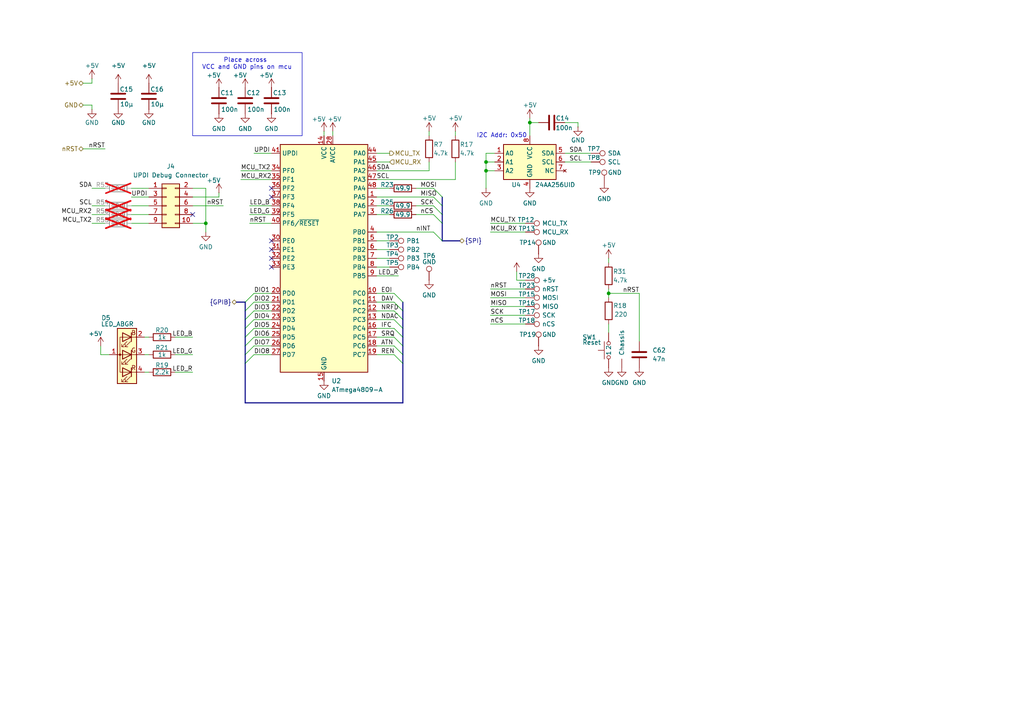
<source format=kicad_sch>
(kicad_sch (version 20241209) (generator "eeschema") (generator_version "8.99")
  (paper "A4")
  (title_block (title "Poe Ethernet GPIB Adapter") (date "2024-12-25") (rev "1") (company "KOFOTRONIC"))
  (lib_symbols
    (symbol "Connector:TestPoint" (pin_numbers (hide yes)) (pin_names (offset 0.762) (hide yes))
      (property "Reference" "TP" (at 0 6.858 0))
      (property "Value" "TestPoint" (at 0 5.08 0))
      (symbol "TestPoint_0_1"
        (circle (center 0 3.302) (radius 0.762))
      )
      (symbol "TestPoint_1_1"
        (pin passive line (at 0 0 90) (length 2.54) (name "1") (number "1"))
      )
    )
    (symbol "Connector_Generic:Conn_02x05_Odd_Even" (pin_names (offset 1.016) (hide yes))
      (property "Reference" "J" (at 1.27 7.62 0))
      (property "Value" "Conn_02x05_Odd_Even" (at 1.27 -7.62 0))
      (symbol "Conn_02x05_Odd_Even_1_1"
        (rectangle (start -1.27 6.35) (end 3.81 -6.35) (stroke (width 0.254)) (fill (type background)))
        (rectangle (start -1.27 5.207) (end 0 4.953) (stroke (width 0.1524)))
        (rectangle (start -1.27 2.667) (end 0 2.413) (stroke (width 0.1524)))
        (rectangle (start -1.27 0.127) (end 0 -0.127) (stroke (width 0.1524)))
        (rectangle (start -1.27 -2.413) (end 0 -2.667) (stroke (width 0.1524)))
        (rectangle (start -1.27 -4.953) (end 0 -5.207) (stroke (width 0.1524)))
        (rectangle (start 3.81 5.207) (end 2.54 4.953) (stroke (width 0.1524)))
        (rectangle (start 3.81 2.667) (end 2.54 2.413) (stroke (width 0.1524)))
        (rectangle (start 3.81 0.127) (end 2.54 -0.127) (stroke (width 0.1524)))
        (rectangle (start 3.81 -2.413) (end 2.54 -2.667) (stroke (width 0.1524)))
        (rectangle (start 3.81 -4.953) (end 2.54 -5.207) (stroke (width 0.1524)))
        (pin passive line (at -5.08 5.08 0) (length 3.81) (name "Pin_1") (number "1"))
        (pin passive line (at -5.08 2.54 0) (length 3.81) (name "Pin_3") (number "3"))
        (pin passive line (at -5.08 0 0) (length 3.81) (name "Pin_5") (number "5"))
        (pin passive line (at -5.08 -2.54 0) (length 3.81) (name "Pin_7") (number "7"))
        (pin passive line (at -5.08 -5.08 0) (length 3.81) (name "Pin_9") (number "9"))
        (pin passive line (at 7.62 5.08 180) (length 3.81) (name "Pin_2") (number "2"))
        (pin passive line (at 7.62 2.54 180) (length 3.81) (name "Pin_4") (number "4"))
        (pin passive line (at 7.62 0 180) (length 3.81) (name "Pin_6") (number "6"))
        (pin passive line (at 7.62 -2.54 180) (length 3.81) (name "Pin_8") (number "8"))
        (pin passive line (at 7.62 -5.08 180) (length 3.81) (name "Pin_10") (number "10"))
      )
    )
    (symbol "Device:C" (pin_numbers (hide yes)) (pin_names (offset 0.254))
      (property "Reference" "C" (at 0.635 2.54 0))
      (property "Value" "C" (at 0.635 -2.54 0))
      (symbol "C_0_1"
        (polyline (pts (xy -2.032 0.762) (xy 2.032 0.762)) (stroke (width 0.508)))
        (polyline (pts (xy -2.032 -0.762) (xy 2.032 -0.762)) (stroke (width 0.508)))
      )
      (symbol "C_1_1"
        (pin passive line (at 0 3.81 270) (length 2.794) (name "~") (number "1"))
        (pin passive line (at 0 -3.81 90) (length 2.794) (name "~") (number "2"))
      )
    )
    (symbol "Device:LED_ABGR" (pin_names (offset 0) (hide yes))
      (property "Reference" "D" (at 0 9.398 0))
      (property "Value" "LED_ABGR" (at 0 -8.89 0))
      (symbol "LED_ABGR_0_0"
        (text "R" (at -1.905 3.81 0) (effects (font (size 1.27 1.27))))
        (text "G" (at -1.905 -1.27 0) (effects (font (size 1.27 1.27))))
        (text "B" (at -1.905 -6.35 0) (effects (font (size 1.27 1.27))))
      )
      (symbol "LED_ABGR_0_1"
        (polyline (pts (xy -1.27 6.35) (xy -1.27 3.81)) (stroke (width 0.254)))
        (polyline (pts (xy -1.27 6.35) (xy -1.27 3.81) (xy -1.27 3.81)))
        (polyline (pts (xy -1.27 5.08) (xy -2.54 5.08)))
        (polyline (pts (xy -1.27 5.08) (xy 1.27 5.08)))
        (polyline (pts (xy -1.27 1.27) (xy -1.27 -1.27)) (stroke (width 0.254)))
        (polyline (pts (xy -1.27 1.27) (xy -1.27 -1.27) (xy -1.27 -1.27)))
        (polyline (pts (xy -1.27 0) (xy -2.54 0)))
        (polyline (pts (xy -1.27 -3.81) (xy -1.27 -6.35)) (stroke (width 0.254)))
        (polyline (pts (xy -1.27 -5.08) (xy 1.27 -5.08)))
        (polyline (pts (xy -1.27 -5.08) (xy -2.54 -5.08)))
        (polyline (pts (xy -1.016 6.35) (xy 0.508 7.874) (xy -0.254 7.874) (xy 0.508 7.874) (xy 0.508 7.112)))
        (polyline (pts (xy -1.016 1.27) (xy 0.508 2.794) (xy -0.254 2.794) (xy 0.508 2.794) (xy 0.508 2.032)))
        (polyline (pts (xy -1.016 -3.81) (xy 0.508 -2.286) (xy -0.254 -2.286) (xy 0.508 -2.286) (xy 0.508 -3.048)))
        (polyline (pts (xy 0 6.35) (xy 1.524 7.874) (xy 0.762 7.874) (xy 1.524 7.874) (xy 1.524 7.112)))
        (polyline (pts (xy 0 1.27) (xy 1.524 2.794) (xy 0.762 2.794) (xy 1.524 2.794) (xy 1.524 2.032)))
        (polyline (pts (xy 0 -3.81) (xy 1.524 -2.286) (xy 0.762 -2.286) (xy 1.524 -2.286) (xy 1.524 -3.048)))
        (polyline (pts (xy 1.27 6.35) (xy 1.27 3.81) (xy -1.27 5.08) (xy 1.27 6.35)) (stroke (width 0.254)))
        (rectangle (start 1.27 6.35) (end 1.27 6.35))
        (rectangle (start 1.27 3.81) (end 1.27 6.35))
        (polyline (pts (xy 1.27 1.27) (xy 1.27 -1.27) (xy -1.27 0) (xy 1.27 1.27)) (stroke (width 0.254)))
        (rectangle (start 1.27 1.27) (end 1.27 1.27))
        (polyline (pts (xy 1.27 0) (xy -1.27 0)))
        (polyline (pts (xy 1.27 0) (xy 2.54 0)))
        (rectangle (start 1.27 -1.27) (end 1.27 1.27))
        (polyline (pts (xy 1.27 -3.81) (xy 1.27 -6.35) (xy -1.27 -5.08) (xy 1.27 -3.81)) (stroke (width 0.254)))
        (polyline (pts (xy 1.27 -5.08) (xy 2.032 -5.08) (xy 2.032 5.08) (xy 1.27 5.08)))
        (circle (center 2.032 0) (radius 0.254) (fill (type outline)))
        (rectangle (start 2.794 8.382) (end -2.794 -7.62) (stroke (width 0.254)) (fill (type background)))
      )
      (symbol "LED_ABGR_1_1"
        (pin passive line (at -5.08 5.08 0) (length 2.54) (name "RK") (number "4"))
        (pin passive line (at -5.08 0 0) (length 2.54) (name "GK") (number "3"))
        (pin passive line (at -5.08 -5.08 0) (length 2.54) (name "BK") (number "2"))
        (pin passive line (at 5.08 0 180) (length 2.54) (name "A") (number "1"))
      )
    )
    (symbol "Device:R" (pin_numbers (hide yes)) (pin_names (offset 0))
      (property "Reference" "R" (at 2.032 0 90))
      (property "Value" "R" (at 0 0 90))
      (symbol "R_0_1"
        (rectangle (start -1.016 -2.54) (end 1.016 2.54) (stroke (width 0.254)))
      )
      (symbol "R_1_1"
        (pin passive line (at 0 3.81 270) (length 1.27) (name "~") (number "1"))
        (pin passive line (at 0 -3.81 90) (length 1.27) (name "~") (number "2"))
      )
    )
    (symbol "EEPROM:24AA256UID"
      (property "Reference" "U" (at -7.62 6.35 0))
      (property "Value" "24AA256UID" (at 2.54 -6.35 0))
      (property "Model" "24AA256UID-I/SN " (at 0 0 0))
      (property "Manufacturer" "Microchip" (at 0 0 0))
      (symbol "24AA256UID_1_1"
        (rectangle (start -7.62 5.08) (end 7.62 -5.08) (stroke (width 0.254)) (fill (type background)))
        (pin input line (at -10.16 2.54 0) (length 2.54) (name "A0") (number "1"))
        (pin input line (at -10.16 0 0) (length 2.54) (name "A1") (number "2"))
        (pin input line (at -10.16 -2.54 0) (length 2.54) (name "A2") (number "3"))
        (pin power_in line (at 0 7.62 270) (length 2.54) (name "VCC") (number "8"))
        (pin power_in line (at 0 -7.62 90) (length 2.54) (name "GND") (number "4"))
        (pin bidirectional line (at 10.16 2.54 180) (length 2.54) (name "SDA") (number "5"))
        (pin input line (at 10.16 0 180) (length 2.54) (name "SCL") (number "6"))
        (pin no_connect line (at 10.16 -2.54 180) (length 2.54) (name "NC") (number "7"))
      )
    )
    (symbol "MCU_Microchip_ATmega:ATmega4809-A"
      (property "Reference" "U" (at -12.7 34.29 0))
      (property "Value" "ATmega4809-A" (at 2.54 -34.29 0))
      (symbol "ATmega4809-A_0_1"
        (rectangle (start -12.7 -33.02) (end 12.7 33.02) (stroke (width 0.254)) (fill (type background)))
      )
      (symbol "ATmega4809-A_1_1"
        (pin bidirectional line (at -15.24 30.48 0) (length 2.54) (name "UPDI") (number "41"))
        (pin bidirectional line (at -15.24 25.4 0) (length 2.54) (name "PF0") (number "34"))
        (pin bidirectional line (at -15.24 22.86 0) (length 2.54) (name "PF1") (number "35"))
        (pin bidirectional line (at -15.24 20.32 0) (length 2.54) (name "PF2") (number "36"))
        (pin bidirectional line (at -15.24 17.78 0) (length 2.54) (name "PF3") (number "37"))
        (pin bidirectional line (at -15.24 15.24 0) (length 2.54) (name "PF4") (number "38"))
        (pin bidirectional line (at -15.24 12.7 0) (length 2.54) (name "PF5") (number "39"))
        (pin bidirectional line (at -15.24 10.16 0) (length 2.54) (name "PF6/~{RESET}") (number "40"))
        (pin bidirectional line (at -15.24 5.08 0) (length 2.54) (name "PE0") (number "30"))
        (pin bidirectional line (at -15.24 2.54 0) (length 2.54) (name "PE1") (number "31"))
        (pin bidirectional line (at -15.24 0 0) (length 2.54) (name "PE2") (number "32"))
        (pin bidirectional line (at -15.24 -2.54 0) (length 2.54) (name "PE3") (number "33"))
        (pin bidirectional line (at -15.24 -10.16 0) (length 2.54) (name "PD0") (number "20"))
        (pin bidirectional line (at -15.24 -12.7 0) (length 2.54) (name "PD1") (number "21"))
        (pin bidirectional line (at -15.24 -15.24 0) (length 2.54) (name "PD2") (number "22"))
        (pin bidirectional line (at -15.24 -17.78 0) (length 2.54) (name "PD3") (number "23"))
        (pin bidirectional line (at -15.24 -20.32 0) (length 2.54) (name "PD4") (number "24"))
        (pin bidirectional line (at -15.24 -22.86 0) (length 2.54) (name "PD5") (number "25"))
        (pin bidirectional line (at -15.24 -25.4 0) (length 2.54) (name "PD6") (number "26"))
        (pin bidirectional line (at -15.24 -27.94 0) (length 2.54) (name "PD7") (number "27"))
        (pin power_in line (at 0 35.56 270) (length 2.54) (name "VCC") (number "14"))
        (pin passive line (at 0 35.56 270) (length 2.54) (hide yes) (name "VCC") (number "42"))
        (pin power_in line (at 0 -35.56 90) (length 2.54) (name "GND") (number "15"))
        (pin passive line (at 0 -35.56 90) (length 2.54) (hide yes) (name "GND") (number "29"))
        (pin passive line (at 0 -35.56 90) (length 2.54) (hide yes) (name "GND") (number "43"))
        (pin power_in line (at 2.54 35.56 270) (length 2.54) (name "AVCC") (number "28"))
        (pin bidirectional line (at 15.24 30.48 180) (length 2.54) (name "PA0") (number "44"))
        (pin bidirectional line (at 15.24 27.94 180) (length 2.54) (name "PA1") (number "45"))
        (pin bidirectional line (at 15.24 25.4 180) (length 2.54) (name "PA2") (number "46"))
        (pin bidirectional line (at 15.24 22.86 180) (length 2.54) (name "PA3") (number "47"))
        (pin bidirectional line (at 15.24 20.32 180) (length 2.54) (name "PA4") (number "48"))
        (pin bidirectional line (at 15.24 17.78 180) (length 2.54) (name "PA5") (number "1"))
        (pin bidirectional line (at 15.24 15.24 180) (length 2.54) (name "PA6") (number "2"))
        (pin bidirectional line (at 15.24 12.7 180) (length 2.54) (name "PA7") (number "3"))
        (pin bidirectional line (at 15.24 7.62 180) (length 2.54) (name "PB0") (number "4"))
        (pin bidirectional line (at 15.24 5.08 180) (length 2.54) (name "PB1") (number "5"))
        (pin bidirectional line (at 15.24 2.54 180) (length 2.54) (name "PB2") (number "6"))
        (pin bidirectional line (at 15.24 0 180) (length 2.54) (name "PB3") (number "7"))
        (pin bidirectional line (at 15.24 -2.54 180) (length 2.54) (name "PB4") (number "8"))
        (pin bidirectional line (at 15.24 -5.08 180) (length 2.54) (name "PB5") (number "9"))
        (pin bidirectional line (at 15.24 -10.16 180) (length 2.54) (name "PC0") (number "10"))
        (pin bidirectional line (at 15.24 -12.7 180) (length 2.54) (name "PC1") (number "11"))
        (pin bidirectional line (at 15.24 -15.24 180) (length 2.54) (name "PC2") (number "12"))
        (pin bidirectional line (at 15.24 -17.78 180) (length 2.54) (name "PC3") (number "13"))
        (pin bidirectional line (at 15.24 -20.32 180) (length 2.54) (name "PC4") (number "16"))
        (pin bidirectional line (at 15.24 -22.86 180) (length 2.54) (name "PC5") (number "17"))
        (pin bidirectional line (at 15.24 -25.4 180) (length 2.54) (name "PC6") (number "18"))
        (pin bidirectional line (at 15.24 -27.94 180) (length 2.54) (name "PC7") (number "19"))
      )
    )
    (symbol "Switch:SW_Push" (pin_numbers (hide yes)) (pin_names (offset 1.016))
      (property "Reference" "SW" (at 1.27 2.54 0))
      (property "Value" "SW_Push" (at 0 -1.524 0))
      (symbol "SW_Push_0_1"
        (circle (center -2.032 0) (radius 0.508))
        (polyline (pts (xy 0 1.27) (xy 0 3.048)))
        (circle (center 2.032 0) (radius 0.508))
        (polyline (pts (xy 2.54 1.27) (xy -2.54 1.27)))
        (pin passive line (at -5.08 0 0) (length 2.54) (name "1") (number "1"))
        (pin passive line (at 5.08 0 180) (length 2.54) (name "2") (number "2"))
      )
      (symbol "SW_Push_1_1"
        (pin passive line (at -5.08 -3.81 0) (length 2.54) (name "Chassis") (number "G"))
      )
    )
    (symbol "power:+5V" (power) (pin_numbers (hide yes)) (pin_names (offset 0) (hide yes))
      (property "Value" "+5V" (at 0 3.556 0))
      (symbol "+5V_0_1"
        (polyline (pts (xy -0.762 1.27) (xy 0 2.54)))
        (polyline (pts (xy 0 2.54) (xy 0.762 1.27)))
        (polyline (pts (xy 0 0) (xy 0 2.54)))
      )
      (symbol "+5V_1_1"
        (pin power_in line (at 0 0 90) (length 0) (name "~") (number "1"))
      )
    )
    (symbol "power:GND" (power) (pin_numbers (hide yes)) (pin_names (offset 0) (hide yes))
      (property "Value" "GND" (at 0 -3.81 0))
      (symbol "GND_0_1"
        (polyline (pts (xy 0 0) (xy 0 -1.27) (xy 1.27 -1.27) (xy 0 -2.54) (xy -1.27 -1.27) (xy 0 -1.27)))
      )
      (symbol "GND_1_1"
        (pin power_in line (at 0 0 270) (length 0) (name "~") (number "1"))
      )
    )
  )
  (bus_alias "SPI" (members "MOSI" "MISO" "SCK" "nCS" "nINT"))
  (rectangle (start 55.88 15.24) (end 87.63 39.37))
  (text "I2C Addr: 0x50" (at 145.542 39.37 0) (effects (font (size 1.27 1.27))))
  (text "Place across \nVCC and GND pins on mcu" (at 71.628 18.542 0) (effects (font (size 1.27 1.27))))
  (junction (at 153.67 35.56))
  (junction (at 140.97 46.99))
  (junction (at 140.97 49.53))
  (junction (at 59.69 64.77))
  (junction (at 176.53 85.09))
  (no_connect (at 78.74 74.93))
  (no_connect (at 78.74 57.15))
  (no_connect (at 78.74 77.47))
  (no_connect (at 78.74 54.61))
  (no_connect (at 55.88 62.23))
  (no_connect (at 78.74 69.85))
  (no_connect (at 78.74 72.39))
  (bus_entry (at 114.3 100.33) (size 2.54 2.54))
  (bus_entry (at 128.27 69.85) (size -2.54 -2.54))
  (bus_entry (at 128.27 62.23) (size -2.54 -2.54))
  (bus_entry (at 114.3 87.63) (size 2.54 2.54))
  (bus_entry (at 71.12 102.87) (size 2.54 -2.54))
  (bus_entry (at 71.12 90.17) (size 2.54 -2.54))
  (bus_entry (at 114.3 90.17) (size 2.54 2.54))
  (bus_entry (at 71.12 92.71) (size 2.54 -2.54))
  (bus_entry (at 128.27 64.77) (size -2.54 -2.54))
  (bus_entry (at 128.27 59.69) (size -2.54 -2.54))
  (bus_entry (at 71.12 95.25) (size 2.54 -2.54))
  (bus_entry (at 71.12 97.79) (size 2.54 -2.54))
  (bus_entry (at 71.12 87.63) (size 2.54 -2.54))
  (bus_entry (at 128.27 57.15) (size -2.54 -2.54))
  (bus_entry (at 71.12 105.41) (size 2.54 -2.54))
  (bus_entry (at 71.12 100.33) (size 2.54 -2.54))
  (bus_entry (at 114.3 95.25) (size 2.54 2.54))
  (bus_entry (at 114.3 97.79) (size 2.54 2.54))
  (bus_entry (at 114.3 85.09) (size 2.54 2.54))
  (bus_entry (at 114.3 102.87) (size 2.54 2.54))
  (bus_entry (at 114.3 92.71) (size 2.54 2.54))
  (wire (pts (xy 109.22 87.63) (xy 114.3 87.63)))
  (wire (pts (xy 167.64 35.56) (xy 163.83 35.56)))
  (wire (pts (xy 72.39 64.77) (xy 78.74 64.77)))
  (wire (pts (xy 109.22 49.53) (xy 124.46 49.53)))
  (bus (pts (xy 116.84 92.71) (xy 116.84 95.25)))
  (wire (pts (xy 140.97 46.99) (xy 140.97 49.53)))
  (wire (pts (xy 73.66 100.33) (xy 78.74 100.33)))
  (wire (pts (xy 109.22 62.23) (xy 113.03 62.23)))
  (wire (pts (xy 167.64 36.83) (xy 167.64 35.56)))
  (wire (pts (xy 142.24 83.82) (xy 152.4 83.82)))
  (wire (pts (xy 113.03 44.45) (xy 109.22 44.45)))
  (bus (pts (xy 116.84 116.84) (xy 71.12 116.84)))
  (bus (pts (xy 71.12 105.41) (xy 71.12 116.84)))
  (wire (pts (xy 109.22 97.79) (xy 114.3 97.79)))
  (wire (pts (xy 142.24 64.77) (xy 152.4 64.77)))
  (bus (pts (xy 71.12 97.79) (xy 71.12 100.33)))
  (wire (pts (xy 109.22 59.69) (xy 113.03 59.69)))
  (wire (pts (xy 142.24 88.9) (xy 152.4 88.9)))
  (wire (pts (xy 43.18 97.79) (xy 41.91 97.79)))
  (wire (pts (xy 113.03 46.99) (xy 109.22 46.99)))
  (wire (pts (xy 73.66 97.79) (xy 78.74 97.79)))
  (wire (pts (xy 109.22 74.93) (xy 113.03 74.93)))
  (wire (pts (xy 149.86 78.74) (xy 149.86 81.28)))
  (bus (pts (xy 128.27 69.85) (xy 133.35 69.85)))
  (wire (pts (xy 109.22 92.71) (xy 114.3 92.71)))
  (wire (pts (xy 109.22 90.17) (xy 114.3 90.17)))
  (wire (pts (xy 30.48 43.18) (xy 24.13 43.18)))
  (wire (pts (xy 142.24 93.98) (xy 152.4 93.98)))
  (wire (pts (xy 73.66 102.87) (xy 78.74 102.87)))
  (wire (pts (xy 72.39 59.69) (xy 78.74 59.69)))
  (wire (pts (xy 176.53 83.82) (xy 176.53 85.09)))
  (wire (pts (xy 176.53 74.93) (xy 176.53 76.2)))
  (wire (pts (xy 38.1 57.15) (xy 43.18 57.15)))
  (wire (pts (xy 26.67 24.13) (xy 24.13 24.13)))
  (wire (pts (xy 38.1 64.77) (xy 43.18 64.77)))
  (bus (pts (xy 116.84 87.63) (xy 116.84 90.17)))
  (bus (pts (xy 71.12 92.71) (xy 71.12 95.25)))
  (wire (pts (xy 109.22 80.01) (xy 115.57 80.01)))
  (wire (pts (xy 24.13 30.48) (xy 26.67 30.48)))
  (bus (pts (xy 128.27 57.15) (xy 128.27 59.69)))
  (wire (pts (xy 109.22 95.25) (xy 114.3 95.25)))
  (wire (pts (xy 109.22 67.31) (xy 125.73 67.31)))
  (wire (pts (xy 50.8 97.79) (xy 55.88 97.79)))
  (wire (pts (xy 26.67 62.23) (xy 30.48 62.23)))
  (wire (pts (xy 55.88 59.69) (xy 64.77 59.69)))
  (wire (pts (xy 59.69 64.77) (xy 59.69 67.31)))
  (wire (pts (xy 72.39 62.23) (xy 78.74 62.23)))
  (wire (pts (xy 38.1 54.61) (xy 43.18 54.61)))
  (bus (pts (xy 71.12 102.87) (xy 71.12 105.41)))
  (wire (pts (xy 124.46 49.53) (xy 124.46 46.99)))
  (bus (pts (xy 71.12 100.33) (xy 71.12 102.87)))
  (wire (pts (xy 132.08 38.1) (xy 132.08 39.37)))
  (wire (pts (xy 73.66 95.25) (xy 78.74 95.25)))
  (wire (pts (xy 69.85 52.07) (xy 78.74 52.07)))
  (wire (pts (xy 59.69 54.61) (xy 59.69 64.77)))
  (wire (pts (xy 109.22 102.87) (xy 114.3 102.87)))
  (wire (pts (xy 29.21 102.87) (xy 31.75 102.87)))
  (wire (pts (xy 176.53 93.98) (xy 176.53 96.52)))
  (wire (pts (xy 149.86 81.28) (xy 152.4 81.28)))
  (wire (pts (xy 26.67 64.77) (xy 30.48 64.77)))
  (wire (pts (xy 73.66 92.71) (xy 78.74 92.71)))
  (wire (pts (xy 55.88 57.15) (xy 63.5 57.15)))
  (wire (pts (xy 132.08 52.07) (xy 132.08 46.99)))
  (wire (pts (xy 26.67 22.86) (xy 26.67 24.13)))
  (wire (pts (xy 153.67 35.56) (xy 156.21 35.56)))
  (wire (pts (xy 140.97 49.53) (xy 140.97 54.61)))
  (bus (pts (xy 116.84 90.17) (xy 116.84 92.71)))
  (wire (pts (xy 163.83 44.45) (xy 171.45 44.45)))
  (wire (pts (xy 55.88 54.61) (xy 59.69 54.61)))
  (bus (pts (xy 71.12 95.25) (xy 71.12 97.79)))
  (wire (pts (xy 153.67 35.56) (xy 153.67 39.37)))
  (wire (pts (xy 143.51 44.45) (xy 140.97 44.45)))
  (bus (pts (xy 116.84 102.87) (xy 116.84 105.41)))
  (bus (pts (xy 68.58 87.63) (xy 71.12 87.63)))
  (wire (pts (xy 140.97 49.53) (xy 143.51 49.53)))
  (wire (pts (xy 142.24 86.36) (xy 152.4 86.36)))
  (wire (pts (xy 63.5 57.15) (xy 63.5 55.88)))
  (wire (pts (xy 109.22 54.61) (xy 113.03 54.61)))
  (wire (pts (xy 38.1 59.69) (xy 43.18 59.69)))
  (bus (pts (xy 116.84 105.41) (xy 116.84 116.84)))
  (wire (pts (xy 43.18 107.95) (xy 41.91 107.95)))
  (bus (pts (xy 128.27 62.23) (xy 128.27 64.77)))
  (wire (pts (xy 26.67 54.61) (xy 30.48 54.61)))
  (wire (pts (xy 109.22 69.85) (xy 113.03 69.85)))
  (wire (pts (xy 153.67 34.29) (xy 153.67 35.56)))
  (wire (pts (xy 109.22 77.47) (xy 113.03 77.47)))
  (wire (pts (xy 109.22 100.33) (xy 114.3 100.33)))
  (wire (pts (xy 109.22 57.15) (xy 125.73 57.15)))
  (wire (pts (xy 124.46 38.1) (xy 124.46 39.37)))
  (wire (pts (xy 120.65 59.69) (xy 125.73 59.69)))
  (wire (pts (xy 140.97 46.99) (xy 143.51 46.99)))
  (wire (pts (xy 55.88 64.77) (xy 59.69 64.77)))
  (wire (pts (xy 142.24 91.44) (xy 152.4 91.44)))
  (wire (pts (xy 26.67 30.48) (xy 26.67 31.75)))
  (wire (pts (xy 140.97 44.45) (xy 140.97 46.99)))
  (bus (pts (xy 116.84 100.33) (xy 116.84 102.87)))
  (bus (pts (xy 71.12 90.17) (xy 71.12 92.71)))
  (wire (pts (xy 96.52 38.1) (xy 96.52 39.37)))
  (wire (pts (xy 69.85 49.53) (xy 78.74 49.53)))
  (wire (pts (xy 29.21 100.33) (xy 29.21 102.87)))
  (wire (pts (xy 120.65 54.61) (xy 125.73 54.61)))
  (wire (pts (xy 142.24 67.31) (xy 152.4 67.31)))
  (wire (pts (xy 73.66 85.09) (xy 78.74 85.09)))
  (wire (pts (xy 176.53 86.36) (xy 176.53 85.09)))
  (wire (pts (xy 93.98 38.1) (xy 93.98 39.37)))
  (bus (pts (xy 116.84 97.79) (xy 116.84 100.33)))
  (wire (pts (xy 120.65 62.23) (xy 125.73 62.23)))
  (bus (pts (xy 71.12 87.63) (xy 71.12 90.17)))
  (wire (pts (xy 50.8 107.95) (xy 55.88 107.95)))
  (bus (pts (xy 116.84 95.25) (xy 116.84 97.79)))
  (wire (pts (xy 26.67 59.69) (xy 30.48 59.69)))
  (wire (pts (xy 38.1 62.23) (xy 43.18 62.23)))
  (wire (pts (xy 73.66 87.63) (xy 78.74 87.63)))
  (wire (pts (xy 109.22 52.07) (xy 132.08 52.07)))
  (wire (pts (xy 73.66 90.17) (xy 78.74 90.17)))
  (wire (pts (xy 185.42 85.09) (xy 185.42 99.06)))
  (wire (pts (xy 176.53 85.09) (xy 185.42 85.09)))
  (wire (pts (xy 109.22 72.39) (xy 113.03 72.39)))
  (wire (pts (xy 163.83 46.99) (xy 171.45 46.99)))
  (wire (pts (xy 73.66 44.45) (xy 78.74 44.45)))
  (bus (pts (xy 128.27 59.69) (xy 128.27 62.23)))
  (bus (pts (xy 128.27 64.77) (xy 128.27 69.85)))
  (wire (pts (xy 43.18 102.87) (xy 41.91 102.87)))
  (wire (pts (xy 109.22 85.09) (xy 114.3 85.09)))
  (wire (pts (xy 50.8 102.87) (xy 55.88 102.87)))
  (label "EOI" (at 110.49 85.09 0))
  (label "NDAC" (at 110.49 92.71 0))
  (label "SCK" (at 142.24 91.44 0))
  (label "LED_R" (at 115.57 80.01 180))
  (label "MCU_TX" (at 142.24 64.77 0))
  (label "SCL" (at 109.22 52.07 0))
  (label "DAV" (at 110.49 87.63 0))
  (label "LED_B" (at 72.39 59.69 0))
  (label "LED_G" (at 55.88 102.87 180))
  (label "nRST" (at 72.39 64.77 0))
  (label "SDA" (at 165.1 44.45 0))
  (label "LED_R" (at 55.88 107.95 180))
  (label "MCU_RX2" (at 26.67 62.23 180))
  (label "DIO4" (at 73.66 92.71 0))
  (label "UPDI" (at 73.66 44.45 0))
  (label "MOSI" (at 121.92 54.61 0))
  (label "SCK" (at 121.92 59.69 0))
  (label "nINT" (at 120.65 67.31 0))
  (label "SCL" (at 26.67 59.69 180))
  (label "IFC" (at 110.49 95.25 0))
  (label "MOSI" (at 142.24 86.36 0))
  (label "MISO" (at 142.24 88.9 0))
  (label "DIO6" (at 73.66 97.79 0))
  (label "MCU_RX" (at 142.24 67.31 0))
  (label "DIO5" (at 73.66 95.25 0))
  (label "SRQ" (at 110.49 97.79 0))
  (label "nRST" (at 64.77 59.69 180))
  (label "DIO7" (at 73.66 100.33 0))
  (label "nRST" (at 30.48 43.18 180))
  (label "SDA" (at 26.67 54.61 180))
  (label "SDA" (at 109.22 49.53 0))
  (label "nRST" (at 142.24 83.82 0))
  (label "DIO1" (at 73.66 85.09 0))
  (label "MISO" (at 121.92 57.15 0))
  (label "MCU_TX2" (at 69.85 49.53 0))
  (label "nCS" (at 121.92 62.23 0))
  (label "LED_G" (at 72.39 62.23 0))
  (label "ATN" (at 110.49 100.33 0))
  (label "UPDI" (at 38.1 57.15 0))
  (label "NRFD" (at 110.49 90.17 0))
  (label "SCL" (at 165.1 46.99 0))
  (label "REN" (at 110.49 102.87 0))
  (label "LED_B" (at 55.88 97.79 180))
  (label "nRST" (at 185.42 85.09 180))
  (label "nCS" (at 142.24 93.98 0))
  (label "MCU_RX2" (at 69.85 52.07 0))
  (label "MCU_TX2" (at 26.67 64.77 180))
  (label "DIO2" (at 73.66 87.63 0))
  (label "DIO8" (at 73.66 102.87 0))
  (label "DIO3" (at 73.66 90.17 0))
  (hierarchical_label "MCU_RX" (shape input) (at 113.03 46.99 0))
  (hierarchical_label "+5V" (shape bidirectional) (at 24.13 24.13 180))
  (hierarchical_label "MCU_TX" (shape output) (at 113.03 44.45 0))
  (hierarchical_label "{SPI}" (shape bidirectional) (at 133.35 69.85 0))
  (hierarchical_label "nRST" (shape bidirectional) (at 24.13 43.18 180))
  (hierarchical_label "GND" (shape bidirectional) (at 24.13 30.48 180))
  (hierarchical_label "{GPIB}" (shape bidirectional) (at 68.58 87.63 180))
  (symbol (lib_id "power:GND") (at 34.29 31.75 0) (unit 1)
    (property "Reference" "#PWR065" (effects (hide yes)))
    (property "Value" "GND" (at 34.29 35.56 0))
    (property "Description" "Power symbol creates a global label with name \"GND\" , ground" (effects (hide yes)))
  )
  (symbol (lib_id "power:+5V") (at 93.98 38.1 0) (unit 1)
    (property "Reference" "#PWR046" (effects (hide yes)))
    (property "Value" "+5V" (at 92.456 34.544 0))
    (property "Description" "Power symbol creates a global label with name \"+5V\"" (effects (hide yes)))
  )
  (symbol (lib_id "Connector:TestPoint") (at 171.45 44.45 270) (unit 1) (in_bom no)
    (property "Reference" "TP7" (at 170.434 43.18 90) (effects (justify left)))
    (property "Value" "SDA" (at 176.276 44.45 90) (effects (justify left)))
    (property "Footprint" "TestPoint:TestPoint_Pad_D1.0mm" (effects (hide yes)))
    (property "Description" "test point" (effects (hide yes)))
  )
  (symbol (lib_id "Device:R") (at 34.29 62.23 90) (mirror x) (unit 1) (dnp yes)
    (property "Reference" "R56" (at 29.718 61.214 90))
    (property "Value" "49.9" (at 34.29 62.23 90))
    (property "Footprint" "Resistor_SMD:R_0402_1005Metric" (effects (hide yes)))
    (property "Description" "Resistor" (effects (hide yes)))
    (property "Model" "RC0402FR-0749R9L" (effects (hide yes)))
    (property "Manufacturer" "Yageo" (effects (hide yes)))
  )
  (symbol (lib_id "Device:C") (at 160.02 35.56 90) (unit 1)
    (property "Reference" "C14" (at 165.1 34.29 90) (effects (justify left)))
    (property "Value" "100n" (at 166.116 37.084 90) (effects (justify left)))
    (property "Footprint" "Capacitor_SMD:C_0402_1005Metric" (effects (hide yes)))
    (property "Description" "Unpolarized capacitor" (effects (hide yes)))
    (property "Model" "C0402C104K4RACTU" (effects (hide yes)))
    (property "Manufacturer" "KEMET" (effects (hide yes)))
    (property "JLCPCB" "C1525" (effects (hide yes)))
  )
  (symbol (lib_id "Device:C") (at 34.29 27.94 0) (unit 1)
    (property "Reference" "C15" (at 38.608 25.908 0) (effects (justify right)))
    (property "Value" "10µ" (at 34.798 30.226 0) (effects (justify left)))
    (property "Footprint" "Capacitor_SMD:C_0402_1005Metric" (effects (hide yes)))
    (property "Description" "Unpolarized capacitor" (effects (hide yes)))
    (property "Model" "GRM155R60J106ME05D" (effects (hide yes)))
    (property "Manufacturer" "Murata" (effects (hide yes)))
    (property "JLCPCB" "C15525" (effects (hide yes)))
  )
  (symbol (lib_id "Device:R") (at 34.29 59.69 90) (mirror x) (unit 1) (dnp yes)
    (property "Reference" "R54" (at 29.718 58.674 90))
    (property "Value" "49.9" (at 34.29 59.69 90))
    (property "Footprint" "Resistor_SMD:R_0402_1005Metric" (effects (hide yes)))
    (property "Description" "Resistor" (effects (hide yes)))
    (property "Model" "RC0402FR-0749R9L" (effects (hide yes)))
    (property "Manufacturer" "Yageo" (effects (hide yes)))
  )
  (symbol (lib_id "Connector:TestPoint") (at 152.4 88.9 270) (unit 1) (in_bom no)
    (property "Reference" "TP16" (at 150.368 87.884 90) (effects (justify left)))
    (property "Value" "MISO" (at 157.226 88.9 90) (effects (justify left)))
    (property "Footprint" "TestPoint:TestPoint_Pad_D1.0mm" (effects (hide yes)))
    (property "Description" "test point" (effects (hide yes)))
  )
  (symbol (lib_id "Switch:SW_Push") (at 176.53 101.6 90) (unit 1)
    (property "Reference" "SW1" (at 168.91 97.79 90) (effects (justify right)))
    (property "Value" "Reset" (at 168.91 99.314 90) (effects (justify right)))
    (property "Footprint" "Button_Switch_THT:SW_Tactile_SKHH_Angled" (effects (hide yes)))
    (property "Datasheet" "https://no.mouser.com/datasheet/2/15/SKHH-1370651.pdf" (effects (hide yes)))
    (property "Description" "Push button switch, generic, two pins" (effects (hide yes)))
    (property "Model" "SKHHLUA010" (effects (hide yes)))
    (property "Manufacturer" "Alps Alpine" (effects (hide yes)))
  )
  (symbol (lib_id "Device:R") (at 116.84 62.23 90) (mirror x) (unit 1)
    (property "Reference" "R26" (at 112.268 61.214 90))
    (property "Value" "49.9" (at 116.84 62.23 90))
    (property "Footprint" "Resistor_SMD:R_0402_1005Metric" (effects (hide yes)))
    (property "Description" "Resistor" (effects (hide yes)))
    (property "Model" "RC0402FR-0749R9L" (effects (hide yes)))
    (property "Manufacturer" "Yageo" (effects (hide yes)))
  )
  (symbol (lib_id "Connector:TestPoint") (at 156.21 100.33 0) (unit 1) (in_bom no)
    (property "Reference" "TP19" (at 150.622 97.028 0) (effects (justify left)))
    (property "Value" "GND" (at 157.226 97.028 0) (effects (justify left)))
    (property "Footprint" "TestPoint:TestPoint_Pad_D1.0mm" (effects (hide yes)))
    (property "Description" "test point" (effects (hide yes)))
  )
  (symbol (lib_id "power:+5V") (at 124.46 38.1 0) (unit 1)
    (property "Reference" "#PWR044" (effects (hide yes)))
    (property "Value" "+5V" (at 124.46 34.29 0))
    (property "Description" "Power symbol creates a global label with name \"+5V\"" (effects (hide yes)))
  )
  (symbol (lib_id "power:GND") (at 124.46 81.28 0) (unit 1)
    (property "Reference" "#PWR058" (effects (hide yes)))
    (property "Value" "GND" (at 124.46 85.598 0))
    (property "Description" "Power symbol creates a global label with name \"GND\" , ground" (effects (hide yes)))
  )
  (symbol (lib_id "power:+5V") (at 43.18 24.13 0) (unit 1)
    (property "Reference" "#PWR064" (effects (hide yes)))
    (property "Value" "+5V" (at 43.18 19.05 0))
    (property "Description" "Power symbol creates a global label with name \"+5V\"" (effects (hide yes)))
  )
  (symbol (lib_id "power:+5V") (at 176.53 74.93 0) (unit 1)
    (property "Reference" "#PWR092" (effects (hide yes)))
    (property "Value" "+5V" (at 176.53 71.12 0))
    (property "Description" "Power symbol creates a global label with name \"+5V\"" (effects (hide yes)))
  )
  (symbol (lib_id "Connector:TestPoint") (at 152.4 81.28 270) (unit 1) (in_bom no)
    (property "Reference" "TP28" (at 150.368 80.01 90) (effects (justify left)))
    (property "Value" "+5v" (at 157.226 81.28 90) (effects (justify left)))
    (property "Footprint" "TestPoint:TestPoint_Pad_D1.0mm" (effects (hide yes)))
    (property "Description" "test point" (effects (hide yes)))
  )
  (symbol (lib_id "power:GND") (at 78.74 33.02 0) (unit 1)
    (property "Reference" "#PWR056" (effects (hide yes)))
    (property "Value" "GND" (at 78.74 37.338 0))
    (property "Description" "Power symbol creates a global label with name \"GND\" , ground" (effects (hide yes)))
  )
  (symbol (lib_id "Connector:TestPoint") (at 113.03 69.85 270) (unit 1) (in_bom no)
    (property "Reference" "TP2" (at 112.014 68.834 90) (effects (justify left)))
    (property "Value" "PB1" (at 117.856 69.85 90) (effects (justify left)))
    (property "Footprint" "TestPoint:TestPoint_Pad_D1.0mm" (effects (hide yes)))
    (property "Description" "test point" (effects (hide yes)))
  )
  (symbol (lib_id "Connector:TestPoint") (at 152.4 83.82 270) (unit 1) (in_bom no)
    (property "Reference" "TP23" (at 150.368 82.804 90) (effects (justify left)))
    (property "Value" "nRST" (at 157.226 83.82 90) (effects (justify left)))
    (property "Footprint" "TestPoint:TestPoint_Pad_D1.0mm" (effects (hide yes)))
    (property "Description" "test point" (effects (hide yes)))
  )
  (symbol (lib_id "power:+5V") (at 29.21 100.33 0) (unit 1)
    (property "Reference" "#PWR057" (effects (hide yes)))
    (property "Value" "+5V" (at 27.686 96.774 0))
    (property "Description" "Power symbol creates a global label with name \"+5V\"" (effects (hide yes)))
  )
  (symbol (lib_id "power:+5V") (at 132.08 38.1 0) (unit 1)
    (property "Reference" "#PWR043" (effects (hide yes)))
    (property "Value" "+5V" (at 132.08 34.29 0))
    (property "Description" "Power symbol creates a global label with name \"+5V\"" (effects (hide yes)))
  )
  (symbol (lib_id "power:+5V") (at 71.12 25.4 0) (unit 1)
    (property "Reference" "#PWR052" (effects (hide yes)))
    (property "Value" "+5V" (at 69.596 21.844 0))
    (property "Description" "Power symbol creates a global label with name \"+5V\"" (effects (hide yes)))
  )
  (symbol (lib_id "Device:R") (at 34.29 54.61 90) (mirror x) (unit 1) (dnp yes)
    (property "Reference" "R53" (at 29.718 53.594 90))
    (property "Value" "49.9" (at 34.29 54.61 90))
    (property "Footprint" "Resistor_SMD:R_0402_1005Metric" (effects (hide yes)))
    (property "Description" "Resistor" (effects (hide yes)))
    (property "Model" "RC0402FR-0749R9L" (effects (hide yes)))
    (property "Manufacturer" "Yageo" (effects (hide yes)))
  )
  (symbol (lib_id "Connector:TestPoint") (at 113.03 74.93 270) (unit 1) (in_bom no)
    (property "Reference" "TP4" (at 112.014 73.66 90) (effects (justify left)))
    (property "Value" "PB3" (at 117.856 74.93 90) (effects (justify left)))
    (property "Footprint" "TestPoint:TestPoint_Pad_D1.0mm" (effects (hide yes)))
    (property "Description" "test point" (effects (hide yes)))
  )
  (symbol (lib_id "Connector:TestPoint") (at 175.26 53.34 0) (unit 1) (in_bom no)
    (property "Reference" "TP9" (at 170.688 50.038 0) (effects (justify left)))
    (property "Value" "GND" (at 176.276 50.038 0) (effects (justify left)))
    (property "Footprint" "TestPoint:TestPoint_Pad_D1.0mm" (effects (hide yes)))
    (property "Description" "test point" (effects (hide yes)))
  )
  (symbol (lib_id "Device:C") (at 63.5 29.21 180) (unit 1)
    (property "Reference" "C11" (at 67.818 26.924 0) (effects (justify left)))
    (property "Value" "100n" (at 69.088 31.75 0) (effects (justify left)))
    (property "Footprint" "Capacitor_SMD:C_0402_1005Metric" (effects (hide yes)))
    (property "Description" "Unpolarized capacitor" (effects (hide yes)))
    (property "Model" "C0402C104K4RACTU" (effects (hide yes)))
    (property "Manufacturer" "KEMET" (effects (hide yes)))
    (property "JLCPCB" "C1525" (effects (hide yes)))
  )
  (symbol (lib_id "MCU_Microchip_ATmega:ATmega4809-A") (at 93.98 74.93 0) (unit 1)
    (property "Reference" "U2" (at 96.1741 110.49 0) (effects (justify left)))
    (property "Value" "ATmega4809-A" (at 96.1741 113.03 0) (effects (justify left)))
    (property "Footprint" "Package_QFP:TQFP-48_7x7mm_P0.5mm" (effects (hide yes)))
    (property "Datasheet" "http://ww1.microchip.com/downloads/en/DeviceDoc/40002016A.pdf" (effects (hide yes)))
    (property "Description" "20MHz, 48kB Flash, 6kB SRAM, 256B EEPROM, TQFP-48" (effects (hide yes)))
    (property "Model" "ATMEGA4809-AU" (effects (hide yes)))
    (property "Manufacturer" "Microchip" (effects (hide yes)))
    (property "JLCPCB" "C1340041" (effects (hide yes)))
  )
  (symbol (lib_id "power:+5V") (at 63.5 25.4 0) (unit 1)
    (property "Reference" "#PWR050" (effects (hide yes)))
    (property "Value" "+5V" (at 61.976 21.844 0))
    (property "Description" "Power symbol creates a global label with name \"+5V\"" (effects (hide yes)))
  )
  (symbol (lib_id "Device:R") (at 116.84 59.69 90) (mirror x) (unit 1)
    (property "Reference" "R25" (at 112.268 58.674 90))
    (property "Value" "49.9" (at 116.84 59.69 90))
    (property "Footprint" "Resistor_SMD:R_0402_1005Metric" (effects (hide yes)))
    (property "Description" "Resistor" (effects (hide yes)))
    (property "Model" "RC0402FR-0749R9L" (effects (hide yes)))
    (property "Manufacturer" "Yageo" (effects (hide yes)))
  )
  (symbol (lib_id "Device:C") (at 71.12 29.21 180) (unit 1)
    (property "Reference" "C12" (at 75.438 26.924 0) (effects (justify left)))
    (property "Value" "100n" (at 76.708 31.75 0) (effects (justify left)))
    (property "Footprint" "Capacitor_SMD:C_0402_1005Metric" (effects (hide yes)))
    (property "Description" "Unpolarized capacitor" (effects (hide yes)))
    (property "Model" "C0402C104K4RACTU" (effects (hide yes)))
    (property "Manufacturer" "KEMET" (effects (hide yes)))
    (property "JLCPCB" "C1525" (effects (hide yes)))
  )
  (symbol (lib_id "power:GND") (at 26.67 31.75 0) (unit 1)
    (property "Reference" "#PWR069" (effects (hide yes)))
    (property "Value" "GND" (at 26.67 35.56 0))
    (property "Description" "Power symbol creates a global label with name \"GND\" , ground" (effects (hide yes)))
  )
  (symbol (lib_id "power:GND") (at 167.64 36.83 0) (unit 1)
    (property "Reference" "#PWR055" (effects (hide yes)))
    (property "Value" "GND" (at 167.64 40.64 0))
    (property "Description" "Power symbol creates a global label with name \"GND\" , ground" (effects (hide yes)))
  )
  (symbol (lib_id "power:GND") (at 176.53 106.68 0) (mirror y) (unit 1)
    (property "Reference" "#PWR048" (effects (hide yes)))
    (property "Value" "GND" (at 176.53 110.998 0))
    (property "Description" "Power symbol creates a global label with name \"GND\" , ground" (effects (hide yes)))
  )
  (symbol (lib_id "power:GND") (at 59.69 67.31 0) (unit 1)
    (property "Reference" "#PWR0120" (effects (hide yes)))
    (property "Value" "GND" (at 59.69 71.628 0))
    (property "Description" "Power symbol creates a global label with name \"GND\" , ground" (effects (hide yes)))
  )
  (symbol (lib_id "power:GND") (at 93.98 110.49 0) (unit 1)
    (property "Reference" "#PWR040" (effects (hide yes)))
    (property "Value" "GND" (at 93.98 114.808 0))
    (property "Description" "Power symbol creates a global label with name \"GND\" , ground" (effects (hide yes)))
  )
  (symbol (lib_id "Device:R") (at 132.08 43.18 180) (unit 1)
    (property "Reference" "R17" (at 133.35 41.91 0) (effects (justify right)))
    (property "Value" "4.7k" (at 133.35 44.45 0) (effects (justify right)))
    (property "Footprint" "Resistor_SMD:R_0402_1005Metric" (effects (hide yes)))
    (property "Description" "Resistor" (effects (hide yes)))
    (property "Model" "RC0402FR-074K7L" (effects (hide yes)))
    (property "Manufacturer" "Yageo" (effects (hide yes)))
  )
  (symbol (lib_id "Connector:TestPoint") (at 152.4 91.44 270) (unit 1) (in_bom no)
    (property "Reference" "TP17" (at 150.368 90.424 90) (effects (justify left)))
    (property "Value" "SCK" (at 157.226 91.44 90) (effects (justify left)))
    (property "Footprint" "TestPoint:TestPoint_Pad_D1.0mm" (effects (hide yes)))
    (property "Description" "test point" (effects (hide yes)))
  )
  (symbol (lib_id "power:GND") (at 153.67 54.61 0) (unit 1)
    (property "Reference" "#PWR042" (effects (hide yes)))
    (property "Value" "GND" (at 153.67 58.928 0))
    (property "Description" "Power symbol creates a global label with name \"GND\" , ground" (effects (hide yes)))
  )
  (symbol (lib_id "Device:R") (at 46.99 97.79 90) (mirror x) (unit 1)
    (property "Reference" "R20" (at 46.99 95.758 90))
    (property "Value" "1k" (at 46.99 97.79 90))
    (property "Footprint" "Resistor_SMD:R_0402_1005Metric" (effects (hide yes)))
    (property "Description" "Resistor" (effects (hide yes)))
    (property "Model" "RC0402FR-071KL" (effects (hide yes)))
    (property "Manufacturer" "Yageo" (effects (hide yes)))
  )
  (symbol (lib_id "Connector:TestPoint") (at 152.4 93.98 270) (unit 1) (in_bom no)
    (property "Reference" "TP18" (at 150.368 92.964 90) (effects (justify left)))
    (property "Value" "nCS" (at 157.226 93.98 90) (effects (justify left)))
    (property "Footprint" "TestPoint:TestPoint_Pad_D1.0mm" (effects (hide yes)))
    (property "Description" "test point" (effects (hide yes)))
  )
  (symbol (lib_id "power:+5V") (at 96.52 38.1 0) (unit 1)
    (property "Reference" "#PWR045" (effects (hide yes)))
    (property "Value" "+5V" (at 97.028 34.544 0))
    (property "Description" "Power symbol creates a global label with name \"+5V\"" (effects (hide yes)))
  )
  (symbol (lib_id "Connector:TestPoint") (at 113.03 72.39 270) (unit 1) (in_bom no)
    (property "Reference" "TP3" (at 112.014 71.12 90) (effects (justify left)))
    (property "Value" "PB2" (at 117.856 72.39 90) (effects (justify left)))
    (property "Footprint" "TestPoint:TestPoint_Pad_D1.0mm" (effects (hide yes)))
    (property "Description" "test point" (effects (hide yes)))
  )
  (symbol (lib_id "power:+5V") (at 153.67 34.29 0) (unit 1)
    (property "Reference" "#PWR047" (effects (hide yes)))
    (property "Value" "+5V" (at 153.67 30.48 0))
    (property "Description" "Power symbol creates a global label with name \"+5V\"" (effects (hide yes)))
  )
  (symbol (lib_id "EEPROM:24AA256UID") (at 153.67 46.99 0) (unit 1)
    (property "Reference" "U4" (at 148.336 53.594 0) (effects (justify left)))
    (property "Value" "24AA256UID" (at 155.194 53.594 0) (effects (justify left)))
    (property "Footprint" "Package_SO:SOIC-8_3.9x4.9mm_P1.27mm" (effects (hide yes)))
    (property "Datasheet" "https://ww1.microchip.com/downloads/aemDocuments/documents/OTH/ProductDocuments/DataSheets/24AA256UID-256K-I2C-Serial-EEPROM-with-EUI48-EUI64-20005215D.pdf" (effects (hide yes)))
    (property "Description" "32Kb x 8(256Kb) I2C Serial EEPROM with EUI-48 , EUI-64 and Unique 32-Bit Serial Number" (effects (hide yes)))
    (property "Model" "24AA256UID-I/SN " (effects (hide yes)))
    (property "Manufacturer" "Microchip" (effects (hide yes)))
    (property "JLCPCB" "C1349800" (effects (hide yes)))
  )
  (symbol (lib_id "Device:R") (at 116.84 54.61 90) (mirror x) (unit 1)
    (property "Reference" "R23" (at 112.268 53.594 90))
    (property "Value" "49.9" (at 116.84 54.61 90))
    (property "Footprint" "Resistor_SMD:R_0402_1005Metric" (effects (hide yes)))
    (property "Description" "Resistor" (effects (hide yes)))
    (property "Model" "RC0402FR-0749R9L" (effects (hide yes)))
    (property "Manufacturer" "Yageo" (effects (hide yes)))
  )
  (symbol (lib_id "Device:LED_ABGR") (at 36.83 102.87 180) (unit 1)
    (property "Reference" "D5" (at 30.734 92.202 0))
    (property "Value" "LED_ABGR" (at 34.036 93.98 0))
    (property "Footprint" "LED_SMD:LED_RGB_Everlight_EASV3015RGBA0_Horizontal" (effects (hide yes)))
    (property "Description" "RGB LED, anode/blue/green/red" (effects (hide yes)))
    (property "Model" "155124M173200" (effects (hide yes)))
    (property "Manufacturer" "Wurth" (effects (hide yes)))
    (property "JLCPCB" "C5365900" (effects (hide yes)))
  )
  (symbol (lib_id "Device:R") (at 176.53 90.17 0) (mirror x) (unit 1)
    (property "Reference" "R18" (at 179.832 88.646 0))
    (property "Value" "220" (at 180.086 91.186 0))
    (property "Footprint" "Resistor_SMD:R_0402_1005Metric" (effects (hide yes)))
    (property "Description" "Resistor" (effects (hide yes)))
    (property "Model" "RC0402FR-07220RL" (effects (hide yes)))
    (property "Manufacturer" "Yageo" (effects (hide yes)))
  )
  (symbol (lib_id "power:GND") (at 156.21 100.33 0) (unit 1)
    (property "Reference" "#PWR067" (effects (hide yes)))
    (property "Value" "GND" (at 156.21 104.648 0))
    (property "Description" "Power symbol creates a global label with name \"GND\" , ground" (effects (hide yes)))
  )
  (symbol (lib_id "power:GND") (at 71.12 33.02 0) (unit 1)
    (property "Reference" "#PWR053" (effects (hide yes)))
    (property "Value" "GND" (at 71.12 37.338 0))
    (property "Description" "Power symbol creates a global label with name \"GND\" , ground" (effects (hide yes)))
  )
  (symbol (lib_id "power:GND") (at 43.18 31.75 0) (unit 1)
    (property "Reference" "#PWR066" (effects (hide yes)))
    (property "Value" "GND" (at 43.18 35.56 0))
    (property "Description" "Power symbol creates a global label with name \"GND\" , ground" (effects (hide yes)))
  )
  (symbol (lib_id "Device:C") (at 185.42 102.87 0) (unit 1)
    (property "Reference" "C62" (at 189.23 101.5999 0) (effects (justify left)))
    (property "Value" "47n" (at 189.23 104.1399 0) (effects (justify left)))
    (property "Footprint" "Capacitor_SMD:C_0402_1005Metric" (effects (hide yes)))
    (property "Description" "Unpolarized capacitor" (effects (hide yes)))
    (property "Model" "C0402C473K4RACTU" (effects (hide yes)))
    (property "Manufacturer" "KEMET" (effects (hide yes)))
    (property "JLCPCB" "C82219" (effects (hide yes)))
  )
  (symbol (lib_id "Connector_Generic:Conn_02x05_Odd_Even") (at 48.26 59.69 0) (unit 1)
    (property "Reference" "J4" (at 49.53 48.26 0))
    (property "Value" "UPDI Debug Connector" (at 49.53 50.8 0))
    (property "Footprint" "Connector_PinHeader_1.27mm:PinHeader_2x05_P1.27mm_Vertical" (effects (hide yes)))
    (property "Description" "Generic connector, double row, 02x05, odd/even pin numbering scheme (row 1 odd numbers, row 2 even numbers), script generated (kicad-library-utils/schlib/autogen/connector/)" (effects (hide yes)))
    (property "Model" "20021111-00010T1LF" (effects (hide yes)))
    (property "Manufacturer" "Amphenol" (effects (hide yes)))
  )
  (symbol (lib_id "Device:R") (at 46.99 102.87 90) (mirror x) (unit 1)
    (property "Reference" "R21" (at 46.99 100.838 90))
    (property "Value" "1k" (at 46.99 102.87 90))
    (property "Footprint" "Resistor_SMD:R_0402_1005Metric" (effects (hide yes)))
    (property "Description" "Resistor" (effects (hide yes)))
    (property "Model" "RC0402FR-071KL" (effects (hide yes)))
    (property "Manufacturer" "Yageo" (effects (hide yes)))
  )
  (symbol (lib_id "Device:R") (at 124.46 43.18 180) (unit 1)
    (property "Reference" "R7" (at 125.73 41.91 0) (effects (justify right)))
    (property "Value" "4.7k" (at 125.73 44.45 0) (effects (justify right)))
    (property "Footprint" "Resistor_SMD:R_0402_1005Metric" (effects (hide yes)))
    (property "Description" "Resistor" (effects (hide yes)))
    (property "Model" "RC0402FR-074K7L" (effects (hide yes)))
    (property "Manufacturer" "Yageo" (effects (hide yes)))
  )
  (symbol (lib_id "power:GND") (at 140.97 54.61 0) (unit 1)
    (property "Reference" "#PWR041" (effects (hide yes)))
    (property "Value" "GND" (at 140.97 58.928 0))
    (property "Description" "Power symbol creates a global label with name \"GND\" , ground" (effects (hide yes)))
  )
  (symbol (lib_id "power:GND") (at 156.21 73.66 0) (unit 1)
    (property "Reference" "#PWR062" (effects (hide yes)))
    (property "Value" "GND" (at 156.21 77.978 0))
    (property "Description" "Power symbol creates a global label with name \"GND\" , ground" (effects (hide yes)))
  )
  (symbol (lib_id "power:GND") (at 185.42 106.68 0) (mirror y) (unit 1)
    (property "Reference" "#PWR0160" (effects (hide yes)))
    (property "Value" "GND" (at 185.42 110.998 0))
    (property "Description" "Power symbol creates a global label with name \"GND\" , ground" (effects (hide yes)))
  )
  (symbol (lib_id "Connector:TestPoint") (at 152.4 86.36 270) (unit 1) (in_bom no)
    (property "Reference" "TP15" (at 150.368 85.344 90) (effects (justify left)))
    (property "Value" "MOSI" (at 157.226 86.36 90) (effects (justify left)))
    (property "Footprint" "TestPoint:TestPoint_Pad_D1.0mm" (effects (hide yes)))
    (property "Description" "test point" (effects (hide yes)))
  )
  (symbol (lib_id "Connector:TestPoint") (at 152.4 67.31 270) (unit 1) (in_bom no)
    (property "Reference" "TP13" (at 150.368 66.294 90) (effects (justify left)))
    (property "Value" "MCU_RX" (at 157.226 67.31 90) (effects (justify left)))
    (property "Footprint" "TestPoint:TestPoint_Pad_D1.0mm" (effects (hide yes)))
    (property "Description" "test point" (effects (hide yes)))
  )
  (symbol (lib_id "power:+5V") (at 34.29 24.13 0) (unit 1)
    (property "Reference" "#PWR063" (effects (hide yes)))
    (property "Value" "+5V" (at 34.29 19.05 0))
    (property "Description" "Power symbol creates a global label with name \"+5V\"" (effects (hide yes)))
  )
  (symbol (lib_id "Device:C") (at 78.74 29.21 180) (unit 1)
    (property "Reference" "C13" (at 83.058 26.924 0) (effects (justify left)))
    (property "Value" "100n" (at 84.328 31.75 0) (effects (justify left)))
    (property "Footprint" "Capacitor_SMD:C_0402_1005Metric" (effects (hide yes)))
    (property "Description" "Unpolarized capacitor" (effects (hide yes)))
    (property "Model" "C0402C104K4RACTU" (effects (hide yes)))
    (property "Manufacturer" "KEMET" (effects (hide yes)))
    (property "JLCPCB" "C1525" (effects (hide yes)))
  )
  (symbol (lib_id "power:+5V") (at 149.86 78.74 0) (unit 1)
    (property "Reference" "#PWR0165" (effects (hide yes)))
    (property "Value" "+5V" (effects (hide yes)))
    (property "Description" "Power symbol creates a global label with name \"+5V\"" (effects (hide yes)))
  )
  (symbol (lib_id "power:+5V") (at 63.5 55.88 0) (unit 1)
    (property "Reference" "#PWR049" (effects (hide yes)))
    (property "Value" "+5V" (at 61.976 52.324 0))
    (property "Description" "Power symbol creates a global label with name \"+5V\"" (effects (hide yes)))
  )
  (symbol (lib_id "Device:C") (at 43.18 27.94 0) (unit 1)
    (property "Reference" "C16" (at 47.498 25.908 0) (effects (justify right)))
    (property "Value" "10µ" (at 43.688 30.226 0) (effects (justify left)))
    (property "Footprint" "Capacitor_SMD:C_0402_1005Metric" (effects (hide yes)))
    (property "Description" "Unpolarized capacitor" (effects (hide yes)))
    (property "Model" "GRM155R60J106ME05D" (effects (hide yes)))
    (property "Manufacturer" "Murata" (effects (hide yes)))
    (property "JLCPCB" "C15525" (effects (hide yes)))
  )
  (symbol (lib_id "Device:R") (at 34.29 64.77 90) (mirror x) (unit 1) (dnp yes)
    (property "Reference" "R55" (at 29.718 63.754 90))
    (property "Value" "49.9" (at 34.29 64.77 90))
    (property "Footprint" "Resistor_SMD:R_0402_1005Metric" (effects (hide yes)))
    (property "Description" "Resistor" (effects (hide yes)))
    (property "Model" "RC0402FR-0749R9L" (effects (hide yes)))
    (property "Manufacturer" "Yageo" (effects (hide yes)))
  )
  (symbol (lib_id "power:+5V") (at 78.74 25.4 0) (unit 1)
    (property "Reference" "#PWR054" (effects (hide yes)))
    (property "Value" "+5V" (at 77.216 21.844 0))
    (property "Description" "Power symbol creates a global label with name \"+5V\"" (effects (hide yes)))
  )
  (symbol (lib_id "Device:R") (at 46.99 107.95 90) (mirror x) (unit 1)
    (property "Reference" "R19" (at 46.99 105.918 90))
    (property "Value" "2.2k" (at 46.99 107.95 90))
    (property "Footprint" "Resistor_SMD:R_0402_1005Metric" (effects (hide yes)))
    (property "Description" "Resistor" (effects (hide yes)))
    (property "Model" "RC0402FR-072K2L" (effects (hide yes)))
    (property "Manufacturer" "Yageo" (effects (hide yes)))
  )
  (symbol (lib_id "power:+5V") (at 26.67 22.86 0) (unit 1)
    (property "Reference" "#PWR068" (effects (hide yes)))
    (property "Value" "+5V" (at 26.67 19.05 0))
    (property "Description" "Power symbol creates a global label with name \"+5V\"" (effects (hide yes)))
  )
  (symbol (lib_id "power:GND") (at 180.34 106.68 0) (mirror y) (unit 1)
    (property "Reference" "#PWR0164" (effects (hide yes)))
    (property "Value" "GND" (at 180.34 110.998 0))
    (property "Description" "Power symbol creates a global label with name \"GND\" , ground" (effects (hide yes)))
  )
  (symbol (lib_id "power:GND") (at 63.5 33.02 0) (unit 1)
    (property "Reference" "#PWR051" (effects (hide yes)))
    (property "Value" "GND" (at 63.5 37.338 0))
    (property "Description" "Power symbol creates a global label with name \"GND\" , ground" (effects (hide yes)))
  )
  (symbol (lib_id "Device:R") (at 176.53 80.01 180) (unit 1)
    (property "Reference" "R31" (at 177.8 78.74 0) (effects (justify right)))
    (property "Value" "4.7k" (at 177.8 81.28 0) (effects (justify right)))
    (property "Footprint" "Resistor_SMD:R_0402_1005Metric" (effects (hide yes)))
    (property "Description" "Resistor" (effects (hide yes)))
    (property "Model" "RC0402FR-074K7L" (effects (hide yes)))
    (property "Manufacturer" "Yageo" (effects (hide yes)))
  )
  (symbol (lib_id "Connector:TestPoint") (at 156.21 73.66 0) (unit 1) (in_bom no)
    (property "Reference" "TP14" (at 150.622 70.358 0) (effects (justify left)))
    (property "Value" "GND" (at 157.226 70.358 0) (effects (justify left)))
    (property "Footprint" "TestPoint:TestPoint_Pad_D1.0mm" (effects (hide yes)))
    (property "Description" "test point" (effects (hide yes)))
  )
  (symbol (lib_id "Connector:TestPoint") (at 171.45 46.99 270) (unit 1) (in_bom no)
    (property "Reference" "TP8" (at 170.434 45.72 90) (effects (justify left)))
    (property "Value" "SCL" (at 176.276 46.99 90) (effects (justify left)))
    (property "Footprint" "TestPoint:TestPoint_Pad_D1.0mm" (effects (hide yes)))
    (property "Description" "test point" (effects (hide yes)))
  )
  (symbol (lib_id "Connector:TestPoint") (at 152.4 64.77 270) (unit 1) (in_bom no)
    (property "Reference" "TP12" (at 150.114 63.754 90) (effects (justify left)))
    (property "Value" "MCU_TX" (at 157.226 64.77 90) (effects (justify left)))
    (property "Footprint" "TestPoint:TestPoint_Pad_D1.0mm" (effects (hide yes)))
    (property "Description" "test point" (effects (hide yes)))
  )
  (symbol (lib_id "Connector:TestPoint") (at 113.03 77.47 270) (unit 1) (in_bom no)
    (property "Reference" "TP5" (at 112.014 76.2 90) (effects (justify left)))
    (property "Value" "PB4" (at 117.856 77.47 90) (effects (justify left)))
    (property "Footprint" "TestPoint:TestPoint_Pad_D1.0mm" (effects (hide yes)))
    (property "Description" "test point" (effects (hide yes)))
  )
  (symbol (lib_id "Connector:TestPoint") (at 124.46 81.28 0) (unit 1) (in_bom no)
    (property "Reference" "TP6" (at 122.682 74.168 0) (effects (justify left)))
    (property "Value" "GND" (at 122.428 75.946 0) (effects (justify left)))
    (property "Footprint" "TestPoint:TestPoint_Pad_D1.0mm" (effects (hide yes)))
    (property "Description" "test point" (effects (hide yes)))
  )
  (symbol (lib_id "power:GND") (at 175.26 53.34 0) (unit 1)
    (property "Reference" "#PWR059" (effects (hide yes)))
    (property "Value" "GND" (at 175.26 57.658 0))
    (property "Description" "Power symbol creates a global label with name \"GND\" , ground" (effects (hide yes)))
  )
)
</source>
